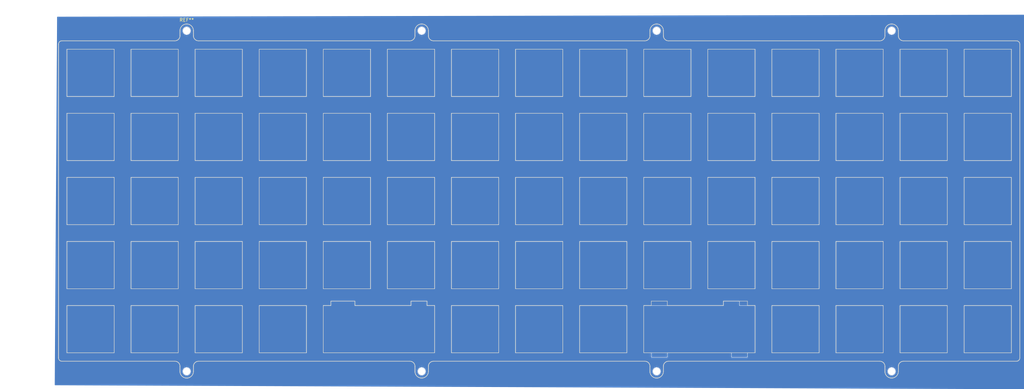
<source format=kicad_pcb>
(kicad_pcb (version 20241229) (generator "pcbnew") (generator_version "9.0")
  (layers (0 "F.Cu" signal) (2 "B.Cu" signal) (13 "F.Paste" user) (15 "B.Paste" user) (5 "F.SilkS" user "F.Silkscreen") (7 "B.SilkS" user "B.Silkscreen") (1 "F.Mask" user) (3 "B.Mask" user) (25 "Edge.Cuts" user))
  (net 0 "")
  (footprint "" (layer "F.Cu") (at 239.915 45.234997)
    (property "Reference" "" (at 0 0 0) (layer "F.SilkS") (effects (font (size 1.27 1.27))))
    (property "Value" "")
    (pad "" np_thru_hole circle (at 0 0) (size 2.2 2.2) (drill 2.2) (layers "*.Cu" "*.Mask"))
  )
  (footprint "" (layer "F.Cu") (at 170.065 146.484997)
    (property "Reference" "" (at 0 0 0) (layer "F.SilkS") (effects (font (size 1.27 1.27))))
    (property "Value" "")
    (pad "" np_thru_hole circle (at 0 0) (size 2.2 2.2) (drill 2.2) (layers "*.Cu" "*.Mask"))
  )
  (footprint "" (layer "F.Cu") (at 239.915 146.484997)
    (property "Reference" "" (at 0 0 0) (layer "F.SilkS") (effects (font (size 1.27 1.27))))
    (property "Value" "")
    (pad "" np_thru_hole circle (at 0 0) (size 2.2 2.2) (drill 2.2) (layers "*.Cu" "*.Mask"))
  )
  (footprint "" (layer "F.Cu") (at 170.065 45.234997)
    (property "Reference" "" (at 0 0 0) (layer "F.SilkS") (effects (font (size 1.27 1.27))))
    (property "Value" "")
    (pad "" np_thru_hole circle (at 0 0) (size 2.2 2.2) (drill 2.2) (layers "*.Cu" "*.Mask"))
  )
  (footprint "MountingHole:MountingHole_2.2mm_M2" (layer "F.Cu") (at 30.361065 45.24394)
    (property "Reference" "REF**" (at 0 -3.2 0) (layer "F.SilkS"))
    (property "Value" "MountingHole_2.2mm_M2")
    (pad "" np_thru_hole circle (at 0 0) (size 2.2 2.2) (drill 2.2) (layers "*.Cu" "*.Mask"))
  )
  (footprint "" (layer "F.Cu") (at 100.215 45.234997)
    (property "Reference" "" (at 0 0 0) (layer "F.SilkS") (effects (font (size 1.27 1.27))))
    (property "Value" "")
    (pad "" np_thru_hole circle (at 0 0) (size 2.2 2.2) (drill 2.2) (layers "*.Cu" "*.Mask"))
  )
  (footprint "" (layer "F.Cu") (at 100.215 146.484997)
    (property "Reference" "" (at 0 0 0) (layer "F.SilkS") (effects (font (size 1.27 1.27))))
    (property "Value" "")
    (pad "" np_thru_hole circle (at 0 0) (size 2.2 2.2) (drill 2.2) (layers "*.Cu" "*.Mask"))
  )
  (footprint "" (layer "F.Cu") (at 30.365 146.484997)
    (property "Reference" "" (at 0 0 0) (layer "F.SilkS") (effects (font (size 1.27 1.27))))
    (property "Value" "")
    (pad "" np_thru_hole circle (at 0 0) (size 2.2 2.2) (drill 2.2) (layers "*.Cu" "*.Mask"))
  )
  (gr_line (start 166.211396 121.933206) (end 166.211396 107.883831) (stroke (width 0.15)) (layer "Edge.Cuts"))
  (gr_line (start 65.960704 83.833105) (end 51.911329 83.833105) (stroke (width 0.15)) (layer "Edge.Cuts"))
  (gr_line (start 237.411188 102.882949) (end 223.361813 102.882949) (stroke (width 0.15)) (layer "Edge.Cuts"))
  (gr_line (start 104.060982 50.733768) (end 104.060982 64.783143) (stroke (width 0.15)) (layer "Edge.Cuts"))
  (gr_line (start 218.361285 126.933528) (end 218.361285 140.982903) (stroke (width 0.15)) (layer "Edge.Cuts"))
  (gr_line (start 80.367525 125.611109) (end 80.367525 126.921158) (stroke (width 0.15)) (layer "Edge.Cuts"))
  (gr_line (start -5.239088 50.733473) (end 8.810287 50.733473) (stroke (width 0.15)) (layer "Edge.Cuts"))
  (gr_line (start 32.860954 140.983021) (end 32.860954 126.933646) (stroke (width 0.15)) (layer "Edge.Cuts"))
  (gr_line (start 8.810287 88.833633) (end 8.810287 102.883008) (stroke (width 0.15)) (layer "Edge.Cuts"))
  (gr_arc (start 28.365 46.735) (mid 27.92566 47.79566) (end 26.865 48.235) (stroke (width 0.2)) (layer "Edge.Cuts"))
  (gr_line (start 32.860954 126.933646) (end 46.910329 126.933646) (stroke (width 0.15)) (layer "Edge.Cuts"))
  (gr_line (start 161.211399 102.88348) (end 147.162024 102.88348) (stroke (width 0.15)) (layer "Edge.Cuts"))
  (gr_line (start 46.910565 88.833751) (end 46.910565 102.883126) (stroke (width 0.15)) (layer "Edge.Cuts"))
  (gr_line (start 70.961468 107.883949) (end 85.010843 107.883949) (stroke (width 0.15)) (layer "Edge.Cuts"))
  (gr_line (start 218.361049 64.782848) (end 204.311674 64.782848) (stroke (width 0.15)) (layer "Edge.Cuts"))
  (gr_line (start 185.261535 64.782907) (end 185.261535 50.733532) (stroke (width 0.15)) (layer "Edge.Cuts"))
  (gr_line (start 73.223336 126.921187) (end 73.223336 125.611109) (stroke (width 0.15)) (layer "Edge.Cuts"))
  (gr_line (start 180.260771 64.782966) (end 166.211396 64.782966) (stroke (width 0.15)) (layer "Edge.Cuts"))
  (gr_line (start 147.162024 126.934265) (end 161.211399 126.934265) (stroke (width 0.15)) (layer "Edge.Cuts"))
  (gr_line (start 142.16126 69.783966) (end 142.16126 83.833341) (stroke (width 0.15)) (layer "Edge.Cuts"))
  (gr_line (start 218.361049 50.733473) (end 218.361049 64.782848) (stroke (width 0.15)) (layer "Edge.Cuts"))
  (gr_line (start 70.961468 50.733709) (end 85.010843 50.733709) (stroke (width 0.15)) (layer "Edge.Cuts"))
  (gr_line (start 109.061746 140.983522) (end 109.061746 126.934147) (stroke (width 0.15)) (layer "Edge.Cuts"))
  (gr_line (start -6.734996 48.234997) (end 26.865 48.234997) (stroke (width 0.2)) (layer "Edge.Cuts"))
  (gr_line (start 128.111885 69.783966) (end 142.16126 69.783966) (stroke (width 0.15)) (layer "Edge.Cuts"))
  (gr_line (start 28.365 46.735) (end 28.365 45.235) (stroke (width 0.2)) (layer "Edge.Cuts"))
  (gr_line (start 237.411188 121.933029) (end 223.361813 121.933029) (stroke (width 0.15)) (layer "Edge.Cuts"))
  (gr_line (start 261.462091 102.882831) (end 261.462091 88.833456) (stroke (width 0.15)) (layer "Edge.Cuts"))
  (gr_line (start 32.86119 88.833751) (end 46.910565 88.833751) (stroke (width 0.15)) (layer "Edge.Cuts"))
  (gr_line (start 166.211396 83.833046) (end 166.211396 69.783671) (stroke (width 0.15)) (layer "Edge.Cuts"))
  (gr_line (start 166.565 143.484997) (end 103.715 143.484997) (stroke (width 0.2)) (layer "Edge.Cuts"))
  (gr_line (start 275.511702 140.982726) (end 261.462327 140.982726) (stroke (width 0.15)) (layer "Edge.Cuts"))
  (gr_line (start 27.860426 107.883772) (end 27.860426 121.933147) (stroke (width 0.15)) (layer "Edge.Cuts"))
  (gr_line (start 147.162024 69.784025) (end 161.211399 69.784025) (stroke (width 0.15)) (layer "Edge.Cuts"))
  (gr_line (start 123.111121 102.883362) (end 109.061746 102.883362) (stroke (width 0.15)) (layer "Edge.Cuts"))
  (gr_line (start 142.16126 64.783261) (end 128.111885 64.783261) (stroke (width 0.15)) (layer "Edge.Cuts"))
  (gr_line (start 109.061746 126.934147) (end 123.111121 126.934147) (stroke (width 0.15)) (layer "Edge.Cuts"))
  (gr_line (start 46.910565 83.833046) (end 32.86119 83.833046) (stroke (width 0.15)) (layer "Edge.Cuts"))
  (gr_line (start 128.111885 50.733886) (end 142.16126 50.733886) (stroke (width 0.15)) (layer "Edge.Cuts"))
  (gr_line (start 32.365 144.985) (end 32.365 146.485) (stroke (width 0.2)) (layer "Edge.Cuts"))
  (gr_line (start 123.111121 50.733827) (end 123.111121 64.783202) (stroke (width 0.15)) (layer "Edge.Cuts"))
  (gr_line (start 275.511466 64.782671) (end 261.462091 64.782671) (stroke (width 0.15)) (layer "Edge.Cuts"))
  (gr_line (start 128.111885 140.983581) (end 128.111885 126.934206) (stroke (width 0.15)) (layer "Edge.Cuts"))
  (gr_line (start 96.715 143.484997) (end 33.865 143.484997) (stroke (width 0.2)) (layer "Edge.Cuts"))
  (gr_line (start 46.910565 107.883831) (end 46.910565 121.933206) (stroke (width 0.15)) (layer "Edge.Cuts"))
  (gr_line (start 223.362049 126.933469) (end 237.411424 126.933469) (stroke (width 0.15)) (layer "Edge.Cuts"))
  (gr_line (start 242.412188 140.982785) (end 242.412188 126.93341) (stroke (width 0.15)) (layer "Edge.Cuts"))
  (gr_line (start 166.211948 140.970592) (end 166.211948 126.921246) (stroke (width 0.15)) (layer "Edge.Cuts"))
  (gr_line (start 46.910565 50.733591) (end 46.910565 64.782966) (stroke (width 0.15)) (layer "Edge.Cuts"))
  (gr_line (start -5.239324 126.933528) (end 8.810051 126.933528) (stroke (width 0.15)) (layer "Edge.Cuts"))
  (gr_line (start 142.16126 50.733886) (end 142.16126 64.783261) (stroke (width 0.15)) (layer "Edge.Cuts"))
  (gr_line (start 218.361049 107.883713) (end 218.361049 121.933088) (stroke (width 0.15)) (layer "Edge.Cuts"))
  (gr_arc (start 237.915 46.735) (mid 237.47566 47.79566) (end 236.415 48.235) (stroke (width 0.2)) (layer "Edge.Cuts"))
  (gr_arc (start 168.065 45.235) (mid 170.065 43.234997) (end 172.065 45.235) (stroke (width 0.2)) (layer "Edge.Cuts"))
  (gr_line (start 51.911329 69.78373) (end 65.960704 69.78373) (stroke (width 0.15)) (layer "Edge.Cuts"))
  (gr_arc (start -6.735 143.484997) (mid -7.442105 143.192105) (end -7.735 142.485) (stroke (width 0.2)) (layer "Edge.Cuts"))
  (gr_line (start 109.061746 107.884067) (end 123.111121 107.884067) (stroke (width 0.15)) (layer "Edge.Cuts"))
  (gr_line (start 173.23616 126.921246) (end 173.236649 125.611168) (stroke (width 0.15)) (layer "Edge.Cuts"))
  (gr_line (start 147.162024 107.884185) (end 161.211399 107.884185) (stroke (width 0.15)) (layer "Edge.Cuts"))
  (gr_line (start 197.049674 126.921275) (end 197.049674 125.611197) (stroke (width 0.15)) (layer "Edge.Cuts"))
  (gr_line (start 185.261535 50.733532) (end 199.31091 50.733532) (stroke (width 0.15)) (layer "Edge.Cuts"))
  (gr_line (start 46.910565 102.883126) (end 32.86119 102.883126) (stroke (width 0.15)) (layer "Edge.Cuts"))
  (gr_line (start 51.911329 88.83381) (end 65.960704 88.83381) (stroke (width 0.15)) (layer "Edge.Cuts"))
  (gr_line (start 204.311674 121.933088) (end 204.311674 107.883713) (stroke (width 0.15)) (layer "Edge.Cuts"))
  (gr_line (start 173.565 48.234997) (end 236.415 48.234997) (stroke (width 0.2)) (layer "Edge.Cuts"))
  (gr_line (start 128.111885 126.934206) (end 142.16126 126.934206) (stroke (width 0.15)) (layer "Edge.Cuts"))
  (gr_line (start 166.211396 50.733591) (end 180.260771 50.733591) (stroke (width 0.15)) (layer "Edge.Cuts"))
  (gr_line (start 237.411188 64.782789) (end 223.361813 64.782789) (stroke (width 0.15)) (layer "Edge.Cuts"))
  (gr_line (start 172.065 144.985) (end 172.065 146.485) (stroke (width 0.2)) (layer "Edge.Cuts"))
  (gr_line (start 180.260771 102.883126) (end 166.211396 102.883126) (stroke (width 0.15)) (layer "Edge.Cuts"))
  (gr_line (start 242.411952 50.733355) (end 256.461327 50.733355) (stroke (width 0.15)) (layer "Edge.Cuts"))
  (gr_line (start 237.411188 69.783494) (end 237.411188 83.832869) (stroke (width 0.15)) (layer "Edge.Cuts"))
  (gr_line (start 104.060982 121.933383) (end 90.011607 121.933383) (stroke (width 0.15)) (layer "Edge.Cuts"))
  (gr_line (start 109.061746 50.733827) (end 123.111121 50.733827) (stroke (width 0.15)) (layer "Edge.Cuts"))
  (gr_line (start 142.16126 83.833341) (end 128.111885 83.833341) (stroke (width 0.15)) (layer "Edge.Cuts"))
  (gr_line (start 51.911093 140.98308) (end 51.911093 126.933705) (stroke (width 0.15)) (layer "Edge.Cuts"))
  (gr_arc (start 173.565 48.234997) (mid 172.504342 47.795658) (end 172.065 46.735) (stroke (width 0.2)) (layer "Edge.Cuts"))
  (gr_line (start 237.411424 126.933469) (end 237.411424 140.982844) (stroke (width 0.15)) (layer "Edge.Cuts"))
  (gr_line (start 104.060982 102.883303) (end 90.011607 102.883303) (stroke (width 0.15)) (layer "Edge.Cuts"))
  (gr_line (start 85.010843 64.783084) (end 70.961468 64.783084) (stroke (width 0.15)) (layer "Edge.Cuts"))
  (gr_line (start -5.239088 64.782848) (end -5.239088 50.733473) (stroke (width 0.15)) (layer "Edge.Cuts"))
  (gr_line (start 161.211399 107.884185) (end 161.211399 121.93356) (stroke (width 0.15)) (layer "Edge.Cuts"))
  (gr_line (start 32.86119 102.883126) (end 32.86119 88.833751) (stroke (width 0.15)) (layer "Edge.Cuts"))
  (gr_line (start 65.960704 107.88389) (end 65.960704 121.933265) (stroke (width 0.15)) (layer "Edge.Cuts"))
  (gr_line (start 109.061746 102.883362) (end 109.061746 88.833987) (stroke (width 0.15)) (layer "Edge.Cuts"))
  (gr_line (start 199.31091 69.783612) (end 199.31091 83.832987) (stroke (width 0.15)) (layer "Edge.Cuts"))
  (gr_line (start 90.011607 102.883303) (end 90.011607 88.833928) (stroke (width 0.15)) (layer "Edge.Cuts"))
  (gr_line (start 218.361049 121.933088) (end 204.311674 121.933088) (stroke (width 0.15)) (layer "Edge.Cuts"))
  (gr_line (start 8.810287 64.782848) (end -5.239088 64.782848) (stroke (width 0.15)) (layer "Edge.Cuts"))
  (gr_line (start 104.060982 88.833928) (end 104.060982 102.883303) (stroke (width 0.15)) (layer "Edge.Cuts"))
  (gr_line (start 32.86119 69.783671) (end 46.910565 69.783671) (stroke (width 0.15)) (layer "Edge.Cuts"))
  (gr_line (start 161.211399 121.93356) (end 147.162024 121.93356) (stroke (width 0.15)) (layer "Edge.Cuts"))
  (gr_line (start 13.811051 69.783612) (end 27.860426 69.783612) (stroke (width 0.15)) (layer "Edge.Cuts"))
  (gr_arc (start 172.065 146.485) (mid 170.065 148.484997) (end 168.065 146.485) (stroke (width 0.2)) (layer "Edge.Cuts"))
  (gr_line (start 80.367525 126.921158) (end 97.03685 126.921158) (stroke (width 0.15)) (layer "Edge.Cuts"))
  (gr_line (start 32.365 45.235) (end 32.365 46.735) (stroke (width 0.2)) (layer "Edge.Cuts"))
  (gr_line (start 261.462091 88.833456) (end 275.511466 88.833456) (stroke (width 0.15)) (layer "Edge.Cuts"))
  (gr_line (start 51.911329 50.73365) (end 65.960704 50.73365) (stroke (width 0.15)) (layer "Edge.Cuts"))
  (gr_line (start 275.511702 126.933351) (end 275.511702 140.982726) (stroke (width 0.15)) (layer "Edge.Cuts"))
  (gr_line (start 51.911329 121.933265) (end 51.911329 107.88389) (stroke (width 0.15)) (layer "Edge.Cuts"))
  (gr_line (start 104.060982 69.783848) (end 104.060982 83.833223) (stroke (width 0.15)) (layer "Edge.Cuts"))
  (gr_line (start 168.474145 125.611168) (end 168.474145 126.921246) (stroke (width 0.15)) (layer "Edge.Cuts"))
  (gr_line (start 46.910565 64.782966) (end 32.86119 64.782966) (stroke (width 0.15)) (layer "Edge.Cuts"))
  (gr_line (start 70.961468 83.833164) (end 70.961468 69.783789) (stroke (width 0.15)) (layer "Edge.Cuts"))
  (gr_arc (start 236.415 143.484997) (mid 237.475662 143.924338) (end 237.915 144.985) (stroke (width 0.2)) (layer "Edge.Cuts"))
  (gr_line (start 199.31091 88.833692) (end 199.31091 102.883067) (stroke (width 0.15)) (layer "Edge.Cuts"))
  (gr_line (start 256.461563 126.93341) (end 256.461563 140.982785) (stroke (width 0.15)) (layer "Edge.Cuts"))
  (gr_line (start 109.061746 64.783202) (end 109.061746 50.733827) (stroke (width 0.15)) (layer "Edge.Cuts"))
  (gr_line (start 90.011607 50.733768) (end 104.060982 50.733768) (stroke (width 0.15)) (layer "Edge.Cuts"))
  (gr_line (start 168.065 146.485) (end 168.065 144.985) (stroke (width 0.2)) (layer "Edge.Cuts"))
  (gr_arc (start 102.215 144.985) (mid 102.65434 143.92434) (end 103.715 143.485) (stroke (width 0.2)) (layer "Edge.Cuts"))
  (gr_line (start 85.010843 69.783789) (end 85.010843 83.833164) (stroke (width 0.15)) (layer "Edge.Cuts"))
  (gr_line (start 168.065 46.735) (end 168.065 45.235) (stroke (width 0.2)) (layer "Edge.Cuts"))
  (gr_line (start -5.239324 140.982903) (end -5.239324 126.933528) (stroke (width 0.15)) (layer "Edge.Cuts"))
  (gr_line (start 51.911329 102.883185) (end 51.911329 88.83381) (stroke (width 0.15)) (layer "Edge.Cuts"))
  (gr_line (start 142.16126 102.883421) (end 128.111885 102.883421) (stroke (width 0.15)) (layer "Edge.Cuts"))
  (gr_line (start 256.461327 64.78273) (end 242.411952 64.78273) (stroke (width 0.15)) (layer "Edge.Cuts"))
  (gr_line (start 261.462091 64.782671) (end 261.462091 50.733296) (stroke (width 0.15)) (layer "Edge.Cuts"))
  (gr_line (start 102.215 45.235) (end 102.215 46.735) (stroke (width 0.2)) (layer "Edge.Cuts"))
  (gr_line (start 13.811051 83.832987) (end 13.811051 69.783612) (stroke (width 0.15)) (layer "Edge.Cuts"))
  (gr_line (start 223.361813 64.782789) (end 223.361813 50.733414) (stroke (width 0.15)) (layer "Edge.Cuts"))
  (gr_line (start 147.162024 102.88348) (end 147.162024 88.834105) (stroke (width 0.15)) (layer "Edge.Cuts"))
  (gr_line (start 32.86119 107.883831) (end 46.910565 107.883831) (stroke (width 0.15)) (layer "Edge.Cuts"))
  (gr_line (start 142.16126 126.934206) (end 142.16126 140.983581) (stroke (width 0.15)) (layer "Edge.Cuts"))
  (gr_line (start -7.735 142.485) (end -7.735 49.235001) (stroke (width 0.2)) (layer "Edge.Cuts"))
  (gr_arc (start 241.915 144.985) (mid 242.35434 143.92434) (end 243.415 143.485) (stroke (width 0.2)) (layer "Edge.Cuts"))
  (gr_line (start 85.010843 50.733709) (end 85.010843 64.783084) (stroke (width 0.15)) (layer "Edge.Cuts"))
  (gr_line (start 223.361813 121.933029) (end 223.361813 107.883654) (stroke (width 0.15)) (layer "Edge.Cuts"))
  (gr_line (start 261.462327 140.982726) (end 261.462327 126.933351) (stroke (width 0.15)) (layer "Edge.Cuts"))
  (gr_line (start 166.211396 102.883126) (end 166.211396 88.833751) (stroke (width 0.15)) (layer "Edge.Cuts"))
  (gr_line (start 256.461327 107.883595) (end 256.461327 121.93297) (stroke (width 0.15)) (layer "Edge.Cuts"))
  (gr_line (start 123.111121 69.783907) (end 123.111121 83.833282) (stroke (width 0.15)) (layer "Edge.Cuts"))
  (gr_line (start 256.461327 102.88289) (end 242.411952 102.88289) (stroke (width 0.15)) (layer "Edge.Cuts"))
  (gr_line (start 102.215 144.985) (end 102.215 146.485) (stroke (width 0.2)) (layer "Edge.Cuts"))
  (gr_line (start 242.411952 69.783435) (end 256.461327 69.783435) (stroke (width 0.15)) (layer "Edge.Cuts"))
  (gr_line (start 199.31091 102.883067) (end 185.261535 102.883067) (stroke (width 0.15)) (layer "Edge.Cuts"))
  (gr_line (start 65.960468 140.98308) (end 51.911093 140.98308) (stroke (width 0.15)) (layer "Edge.Cuts"))
  (gr_line (start 204.311674 102.883008) (end 204.311674 88.833633) (stroke (width 0.15)) (layer "Edge.Cuts"))
  (gr_line (start 46.910565 69.783671) (end 46.910565 83.833046) (stroke (width 0.15)) (layer "Edge.Cuts"))
  (gr_line (start 241.915 144.985) (end 241.915 146.485) (stroke (width 0.2)) (layer "Edge.Cuts"))
  (gr_line (start 223.361813 88.833574) (end 237.411188 88.833574) (stroke (width 0.15)) (layer "Edge.Cuts"))
  (gr_line (start 242.411952 102.88289) (end 242.411952 88.833515) (stroke (width 0.15)) (layer "Edge.Cuts"))
  (gr_line (start 65.960704 50.73365) (end 65.960704 64.783025) (stroke (width 0.15)) (layer "Edge.Cuts"))
  (gr_line (start 199.31091 50.733532) (end 199.31091 64.782907) (stroke (width 0.15)) (layer "Edge.Cuts"))
  (gr_line (start 199.31091 107.883772) (end 199.31091 121.933147) (stroke (width 0.15)) (layer "Edge.Cuts"))
  (gr_arc (start 98.215 46.735) (mid 97.77566 47.79566) (end 96.715 48.235) (stroke (width 0.2)) (layer "Edge.Cuts"))
  (gr_line (start 172.065 45.235) (end 172.065 46.735) (stroke (width 0.2)) (layer "Edge.Cuts"))
  (gr_line (start 13.811051 50.733532) (end 27.860426 50.733532) (stroke (width 0.15)) (layer "Edge.Cuts"))
  (gr_arc (start 237.915 45.235) (mid 239.915 43.234997) (end 241.915 45.235) (stroke (width 0.2)) (layer "Edge.Cuts"))
  (gr_line (start 90.011607 83.833223) (end 90.011607 69.783848) (stroke (width 0.15)) (layer "Edge.Cuts"))
  (gr_line (start 189.905485 125.611197) (end 189.905485 126.921246) (stroke (width 0.15)) (layer "Edge.Cuts"))
  (gr_line (start 128.111885 64.783261) (end 128.111885 50.733886) (stroke (width 0.15)) (layer "Edge.Cuts"))
  (gr_line (start 166.211396 88.833751) (end 180.260771 88.833751) (stroke (width 0.15)) (layer "Edge.Cuts"))
  (gr_line (start 142.16126 140.983581) (end 128.111885 140.983581) (stroke (width 0.15)) (layer "Edge.Cuts"))
  (gr_line (start -5.239088 88.833633) (end -5.239088 102.883008) (stroke (width 0.15)) (layer "Edge.Cuts"))
  (gr_line (start 237.411424 140.982844) (end 223.362049 140.982844) (stroke (width 0.15)) (layer "Edge.Cuts"))
  (gr_line (start 70.961468 88.833869) (end 85.010843 88.833869) (stroke (width 0.15)) (layer "Edge.Cuts"))
  (gr_line (start 128.111885 88.834046) (end 142.16126 88.834046) (stroke (width 0.15)) (layer "Edge.Cuts"))
  (gr_line (start 278.015 49.235) (end 278.015 142.485) (stroke (width 0.2)) (layer "Edge.Cuts"))
  (gr_line (start 51.911329 64.783025) (end 51.911329 50.73365) (stroke (width 0.15)) (layer "Edge.Cuts"))
  (gr_line (start 161.211399 50.733945) (end 161.211399 64.78332) (stroke (width 0.15)) (layer "Edge.Cuts"))
  (gr_line (start 236.415 143.484997) (end 173.565 143.484997) (stroke (width 0.2)) (layer "Edge.Cuts"))
  (gr_line (start 161.211399 83.8334) (end 147.162024 83.8334) (stroke (width 0.15)) (layer "Edge.Cuts"))
  (gr_line (start 97.03685 126.921158) (end 97.036361 125.61108) (stroke (width 0.15)) (layer "Edge.Cuts"))
  (gr_line (start 204.311674 64.782848) (end 204.311674 50.733473) (stroke (width 0.15)) (layer "Edge.Cuts"))
  (gr_arc (start 277.015 48.234997) (mid 277.722109 48.527891) (end 278.015 49.235) (stroke (width 0.2)) (layer "Edge.Cuts"))
  (gr_line (start 28.365 146.485) (end 28.365 144.985) (stroke (width 0.2)) (layer "Edge.Cuts"))
  (gr_line (start 128.111885 121.933501) (end 128.111885 107.884126) (stroke (width 0.15)) (layer "Edge.Cuts"))
  (gr_line (start 123.111121 140.983522) (end 109.061746 140.983522) (stroke (width 0.15)) (layer "Edge.Cuts"))
  (gr_line (start 261.462327 126.933351) (end 275.511702 126.933351) (stroke (width 0.15)) (layer "Edge.Cuts"))
  (gr_line (start 218.361049 83.832928) (end 204.311674 83.832928) (stroke (width 0.15)) (layer "Edge.Cuts"))
  (gr_line (start 90.011607 107.884008) (end 104.060982 107.884008) (stroke (width 0.15)) (layer "Edge.Cuts"))
  (gr_line (start 173.236649 125.611168) (end 168.474145 125.611168) (stroke (width 0.15)) (layer "Edge.Cuts"))
  (gr_line (start 109.061746 83.833282) (end 109.061746 69.783907) (stroke (width 0.15)) (layer "Edge.Cuts"))
  (gr_arc (start 102.215 146.485) (mid 100.215 148.484997) (end 98.215 146.485) (stroke (width 0.2)) (layer "Edge.Cuts"))
  (gr_line (start -5.239088 107.883713) (end 8.810287 107.883713) (stroke (width 0.15)) (layer "Edge.Cuts"))
  (gr_line (start 204.31191 126.933528) (end 218.361285 126.933528) (stroke (width 0.15)) (layer "Edge.Cuts"))
  (gr_line (start 204.311674 69.783553) (end 218.361049 69.783553) (stroke (width 0.15)) (layer "Edge.Cuts"))
  (gr_line (start 142.16126 121.933501) (end 128.111885 121.933501) (stroke (width 0.15)) (layer "Edge.Cuts"))
  (gr_line (start 243.415 48.234997) (end 277.015 48.234997) (stroke (width 0.2)) (layer "Edge.Cuts"))
  (gr_line (start 147.162024 64.78332) (end 147.162024 50.733945) (stroke (width 0.15)) (layer "Edge.Cuts"))
  (gr_line (start 90.011607 121.933383) (end 90.011607 107.884008) (stroke (width 0.15)) (layer "Edge.Cuts"))
  (gr_arc (start 278.015 142.485) (mid 277.722107 143.192107) (end 277.015 143.485) (stroke (width 0.2)) (layer "Edge.Cuts"))
  (gr_line (start 123.111121 126.934147) (end 123.111121 140.983522) (stroke (width 0.15)) (layer "Edge.Cuts"))
  (gr_line (start 223.361813 69.783494) (end 237.411188 69.783494) (stroke (width 0.15)) (layer "Edge.Cuts"))
  (gr_line (start 104.060982 64.783143) (end 90.011607 64.783143) (stroke (width 0.15)) (layer "Edge.Cuts"))
  (gr_arc (start 33.865 48.234997) (mid 32.804342 47.795658) (end 32.365 46.735) (stroke (width 0.2)) (layer "Edge.Cuts"))
  (gr_arc (start 243.415 48.234997) (mid 242.354342 47.795658) (end 241.915 46.735) (stroke (width 0.2)) (layer "Edge.Cuts"))
  (gr_line (start 51.911329 107.88389) (end 65.960704 107.88389) (stroke (width 0.15)) (layer "Edge.Cuts"))
  (gr_line (start 104.061538 126.921158) (end 101.798865 126.921158) (stroke (width 0.15)) (layer "Edge.Cuts"))
  (gr_arc (start 172.065 144.985) (mid 172.50434 143.92434) (end 173.565 143.485) (stroke (width 0.2)) (layer "Edge.Cuts"))
  (gr_line (start 180.260771 83.833046) (end 166.211396 83.833046) (stroke (width 0.15)) (layer "Edge.Cuts"))
  (gr_line (start 223.361813 107.883654) (end 237.411188 107.883654) (stroke (width 0.15)) (layer "Edge.Cuts"))
  (gr_line (start 97.036361 125.61108) (end 101.798865 125.61108) (stroke (width 0.15)) (layer "Edge.Cuts"))
  (gr_line (start 275.511466 69.783376) (end 275.511466 83.832751) (stroke (width 0.15)) (layer "Edge.Cuts"))
  (gr_line (start 98.215 46.735) (end 98.215 45.235) (stroke (width 0.2)) (layer "Edge.Cuts"))
  (gr_line (start 13.810815 126.933587) (end 27.86019 126.933587) (stroke (width 0.15)) (layer "Edge.Cuts"))
  (gr_line (start 13.810815 140.982962) (end 13.810815 126.933587) (stroke (width 0.15)) (layer "Edge.Cuts"))
  (gr_line (start 51.911093 126.933705) (end 65.960468 126.933705) (stroke (width 0.15)) (layer "Edge.Cuts"))
  (gr_line (start 185.261535 83.832987) (end 185.261535 69.783612) (stroke (width 0.15)) (layer "Edge.Cuts"))
  (gr_line (start 147.162024 83.8334) (end 147.162024 69.784025) (stroke (width 0.15)) (layer "Edge.Cuts"))
  (gr_line (start 85.010843 83.833164) (end 70.961468 83.833164) (stroke (width 0.15)) (layer "Edge.Cuts"))
  (gr_line (start 104.061062 140.970504) (end 104.061062 126.921158) (stroke (width 0.15)) (layer "Edge.Cuts"))
  (gr_line (start 275.511466 102.882831) (end 261.462091 102.882831) (stroke (width 0.15)) (layer "Edge.Cuts"))
  (gr_line (start 242.411952 107.883595) (end 256.461327 107.883595) (stroke (width 0.15)) (layer "Edge.Cuts"))
  (gr_line (start 32.86119 64.782966) (end 32.86119 50.733591) (stroke (width 0.15)) (layer "Edge.Cuts"))
  (gr_line (start 90.011607 69.783848) (end 104.060982 69.783848) (stroke (width 0.15)) (layer "Edge.Cuts"))
  (gr_line (start 180.260771 69.783671) (end 180.260771 83.833046) (stroke (width 0.15)) (layer "Edge.Cuts"))
  (gr_line (start 46.910329 126.933646) (end 46.910329 140.983021) (stroke (width 0.15)) (layer "Edge.Cuts"))
  (gr_line (start 204.311674 107.883713) (end 218.361049 107.883713) (stroke (width 0.15)) (layer "Edge.Cuts"))
  (gr_line (start 261.462091 107.883536) (end 275.511466 107.883536) (stroke (width 0.15)) (layer "Edge.Cuts"))
  (gr_line (start 8.810287 121.933088) (end -5.239088 121.933088) (stroke (width 0.15)) (layer "Edge.Cuts"))
  (gr_line (start 223.361813 102.882949) (end 223.361813 88.833574) (stroke (width 0.15)) (layer "Edge.Cuts"))
  (gr_line (start 185.261535 102.883067) (end 185.261535 88.833692) (stroke (width 0.15)) (layer "Edge.Cuts"))
  (gr_line (start 237.915 146.485) (end 237.915 144.985) (stroke (width 0.2)) (layer "Edge.Cuts"))
  (gr_line (start 142.16126 88.834046) (end 142.16126 102.883421) (stroke (width 0.15)) (layer "Edge.Cuts"))
  (gr_arc (start 98.215 45.235) (mid 100.215 43.234997) (end 102.215 45.235) (stroke (width 0.2)) (layer "Edge.Cuts"))
  (gr_line (start 256.461327 83.83281) (end 242.411952 83.83281) (stroke (width 0.15)) (layer "Edge.Cuts"))
  (gr_line (start 261.462091 83.832751) (end 261.462091 69.783376) (stroke (width 0.15)) (layer "Edge.Cuts"))
  (gr_line (start 204.311674 83.832928) (end 204.311674 69.783553) (stroke (width 0.15)) (layer "Edge.Cuts"))
  (gr_line (start 123.111121 83.833282) (end 109.061746 83.833282) (stroke (width 0.15)) (layer "Edge.Cuts"))
  (gr_line (start 256.461327 121.93297) (end 242.411952 121.93297) (stroke (width 0.15)) (layer "Edge.Cuts"))
  (gr_line (start 109.061746 69.783907) (end 123.111121 69.783907) (stroke (width 0.15)) (layer "Edge.Cuts"))
  (gr_line (start 128.111885 83.833341) (end 128.111885 69.783966) (stroke (width 0.15)) (layer "Edge.Cuts"))
  (gr_line (start 223.361813 50.733414) (end 237.411188 50.733414) (stroke (width 0.15)) (layer "Edge.Cuts"))
  (gr_arc (start 103.715 48.234997) (mid 102.654342 47.795658) (end 102.215 46.735) (stroke (width 0.2)) (layer "Edge.Cuts"))
  (gr_line (start 241.915 45.235) (end 241.915 46.735) (stroke (width 0.2)) (layer "Edge.Cuts"))
  (gr_line (start 101.798865 125.61108) (end 101.798865 126.921158) (stroke (width 0.15)) (layer "Edge.Cuts"))
  (gr_line (start -5.239088 69.783553) (end 8.810287 69.783553) (stroke (width 0.15)) (layer "Edge.Cuts"))
  (gr_line (start 65.960704 69.78373) (end 65.960704 83.833105) (stroke (width 0.15)) (layer "Edge.Cuts"))
  (gr_line (start 123.111121 107.884067) (end 123.111121 121.933442) (stroke (width 0.15)) (layer "Edge.Cuts"))
  (gr_line (start 180.260771 50.733591) (end 180.260771 64.782966) (stroke (width 0.15)) (layer "Edge.Cuts"))
  (gr_arc (start 32.365 144.985) (mid 32.80434 143.92434) (end 33.865 143.485) (stroke (width 0.2)) (layer "Edge.Cuts"))
  (gr_line (start 46.910565 121.933206) (end 32.86119 121.933206) (stroke (width 0.15)) (layer "Edge.Cuts"))
  (gr_line (start 65.960704 64.783025) (end 51.911329 64.783025) (stroke (width 0.15)) (layer "Edge.Cuts"))
  (gr_line (start 275.511466 107.883536) (end 275.511466 121.932911) (stroke (width 0.15)) (layer "Edge.Cuts"))
  (gr_line (start 65.960704 102.883185) (end 51.911329 102.883185) (stroke (width 0.15)) (layer "Edge.Cuts"))
  (gr_line (start 104.060982 107.884008) (end 104.060982 121.933383) (stroke (width 0.15)) (layer "Edge.Cuts"))
  (gr_line (start 90.011607 88.833928) (end 104.060982 88.833928) (stroke (width 0.15)) (layer "Edge.Cuts"))
  (gr_line (start 13.811051 102.883067) (end 13.811051 88.833692) (stroke (width 0.15)) (layer "Edge.Cuts"))
  (gr_line (start 147.162024 121.93356) (end 147.162024 107.884185) (stroke (width 0.15)) (layer "Edge.Cuts"))
  (gr_arc (start -7.735 49.235001) (mid -7.442106 48.527891) (end -6.734996 48.234997) (stroke (width 0.2)) (layer "Edge.Cuts"))
  (gr_line (start 223.362049 140.982844) (end 223.362049 126.933469) (stroke (width 0.15)) (layer "Edge.Cuts"))
  (gr_line (start 27.860426 102.883067) (end 13.811051 102.883067) (stroke (width 0.15)) (layer "Edge.Cuts"))
  (gr_line (start 275.511466 50.733296) (end 275.511466 64.782671) (stroke (width 0.15)) (layer "Edge.Cuts"))
  (gr_line (start 109.061746 88.833987) (end 123.111121 88.833987) (stroke (width 0.15)) (layer "Edge.Cuts"))
  (gr_line (start 13.811051 121.933147) (end 13.811051 107.883772) (stroke (width 0.15)) (layer "Edge.Cuts"))
  (gr_line (start 27.860426 50.733532) (end 27.860426 64.782907) (stroke (width 0.15)) (layer "Edge.Cuts"))
  (gr_line (start 65.960704 88.83381) (end 65.960704 102.883185) (stroke (width 0.15)) (layer "Edge.Cuts"))
  (gr_line (start 123.111121 121.933442) (end 109.061746 121.933442) (stroke (width 0.15)) (layer "Edge.Cuts"))
  (gr_line (start 199.311778 140.97068) (end 199.311778 126.921246) (stroke (width 0.15)) (layer "Edge.Cuts"))
  (gr_line (start 197.049674 125.611197) (end 189.905485 125.611197) (stroke (width 0.15)) (layer "Edge.Cuts"))
  (gr_line (start 261.462091 69.783376) (end 275.511466 69.783376) (stroke (width 0.15)) (layer "Edge.Cuts"))
  (gr_line (start 70.961468 64.783084) (end 70.961468 50.733709) (stroke (width 0.15)) (layer "Edge.Cuts"))
  (gr_line (start 166.211396 69.783671) (end 180.260771 69.783671) (stroke (width 0.15)) (layer "Edge.Cuts"))
  (gr_line (start 70.961548 140.970504) (end 104.061062 140.970504) (stroke (width 0.15)) (layer "Edge.Cuts"))
  (gr_line (start 161.211399 64.78332) (end 147.162024 64.78332) (stroke (width 0.15)) (layer "Edge.Cuts"))
  (gr_line (start 161.211399 140.98364) (end 147.162024 140.98364) (stroke (width 0.15)) (layer "Edge.Cuts"))
  (gr_line (start 70.961232 140.970592) (end 70.961232 126.921158) (stroke (width 0.15)) (layer "Edge.Cuts"))
  (gr_line (start 8.810287 50.733473) (end 8.810287 64.782848) (stroke (width 0.15)) (layer "Edge.Cuts"))
  (gr_line (start 161.211399 126.934265) (end 161.211399 140.98364) (stroke (width 0.15)) (layer "Edge.Cuts"))
  (gr_line (start 32.86119 50.733591) (end 46.910565 50.733591) (stroke (width 0.15)) (layer "Edge.Cuts"))
  (gr_line (start 27.86019 140.982962) (end 13.810815 140.982962) (stroke (width 0.15)) (layer "Edge.Cuts"))
  (gr_line (start 199.31091 83.832987) (end 185.261535 83.832987) (stroke (width 0.15)) (layer "Edge.Cuts"))
  (gr_line (start 85.010843 102.883244) (end 70.961468 102.883244) (stroke (width 0.15)) (layer "Edge.Cuts"))
  (gr_line (start 8.810287 102.883008) (end -5.239088 102.883008) (stroke (width 0.15)) (layer "Edge.Cuts"))
  (gr_line (start 147.162024 88.834105) (end 161.211399 88.834105) (stroke (width 0.15)) (layer "Edge.Cuts"))
  (gr_line (start 26.865 143.484997) (end -6.735 143.484997) (stroke (width 0.2)) (layer "Edge.Cuts"))
  (gr_arc (start 96.715 143.484997) (mid 97.775662 143.924338) (end 98.215 144.985) (stroke (width 0.2)) (layer "Edge.Cuts"))
  (gr_line (start 90.011607 64.783143) (end 90.011607 50.733768) (stroke (width 0.15)) (layer "Edge.Cuts"))
  (gr_line (start 13.811051 88.833692) (end 27.860426 88.833692) (stroke (width 0.15)) (layer "Edge.Cuts"))
  (gr_line (start 261.462091 50.733296) (end 275.511466 50.733296) (stroke (width 0.15)) (layer "Edge.Cuts"))
  (gr_line (start 185.261535 88.833692) (end 199.31091 88.833692) (stroke (width 0.15)) (layer "Edge.Cuts"))
  (gr_line (start 103.715 48.234997) (end 166.565 48.234997) (stroke (width 0.2)) (layer "Edge.Cuts"))
  (gr_line (start 109.061746 121.933442) (end 109.061746 107.884067) (stroke (width 0.15)) (layer "Edge.Cuts"))
  (gr_line (start 180.260771 88.833751) (end 180.260771 102.883126) (stroke (width 0.15)) (layer "Edge.Cuts"))
  (gr_arc (start 241.915 146.485) (mid 239.915 148.484997) (end 237.915 146.485) (stroke (width 0.2)) (layer "Edge.Cuts"))
  (gr_line (start 218.361049 69.783553) (end 218.361049 83.832928) (stroke (width 0.15)) (layer "Edge.Cuts"))
  (gr_line (start 275.511466 121.932911) (end 261.462091 121.932911) (stroke (width 0.15)) (layer "Edge.Cuts"))
  (gr_line (start 27.860426 121.933147) (end 13.811051 121.933147) (stroke (width 0.15)) (layer "Edge.Cuts"))
  (gr_line (start 123.111121 88.833987) (end 123.111121 102.883362) (stroke (width 0.15)) (layer "Edge.Cuts"))
  (gr_line (start 218.361285 140.982903) (end 204.31191 140.982903) (stroke (width 0.15)) (layer "Edge.Cuts"))
  (gr_line (start 218.361049 88.833633) (end 218.361049 102.883008) (stroke (width 0.15)) (layer "Edge.Cuts"))
  (gr_line (start 256.461327 69.783435) (end 256.461327 83.83281) (stroke (width 0.15)) (layer "Edge.Cuts"))
  (gr_line (start 32.86119 121.933206) (end 32.86119 107.883831) (stroke (width 0.15)) (layer "Edge.Cuts"))
  (gr_line (start 142.16126 107.884126) (end 142.16126 121.933501) (stroke (width 0.15)) (layer "Edge.Cuts"))
  (gr_line (start 199.31091 121.933147) (end 185.261535 121.933147) (stroke (width 0.15)) (layer "Edge.Cuts"))
  (gr_line (start 237.411188 88.833574) (end 237.411188 102.882949) (stroke (width 0.15)) (layer "Edge.Cuts"))
  (gr_line (start 70.961468 69.783789) (end 85.010843 69.783789) (stroke (width 0.15)) (layer "Edge.Cuts"))
  (gr_line (start 161.211399 88.834105) (end 161.211399 102.88348) (stroke (width 0.15)) (layer "Edge.Cuts"))
  (gr_line (start 242.411952 121.93297) (end 242.411952 107.883595) (stroke (width 0.15)) (layer "Edge.Cuts"))
  (gr_line (start 8.810051 140.982903) (end -5.239324 140.982903) (stroke (width 0.15)) (layer "Edge.Cuts"))
  (gr_line (start 85.010843 121.933324) (end 70.961468 121.933324) (stroke (width 0.15)) (layer "Edge.Cuts"))
  (gr_arc (start 28.365 45.235) (mid 30.365 43.234997) (end 32.365 45.235) (stroke (width 0.2)) (layer "Edge.Cuts"))
  (gr_line (start 185.261535 121.933147) (end 185.261535 107.883772) (stroke (width 0.15)) (layer "Edge.Cuts"))
  (gr_line (start 261.462091 121.932911) (end 261.462091 107.883536) (stroke (width 0.15)) (layer "Edge.Cuts"))
  (gr_line (start 242.412188 126.93341) (end 256.461563 126.93341) (stroke (width 0.15)) (layer "Edge.Cuts"))
  (gr_arc (start 26.865 143.484997) (mid 27.925662 143.924338) (end 28.365 144.985) (stroke (width 0.2)) (layer "Edge.Cuts"))
  (gr_line (start 8.810287 107.883713) (end 8.810287 121.933088) (stroke (width 0.15)) (layer "Edge.Cuts"))
  (gr_line (start 104.060982 83.833223) (end 90.011607 83.833223) (stroke (width 0.15)) (layer "Edge.Cuts"))
  (gr_line (start 85.010843 88.833869) (end 85.010843 102.883244) (stroke (width 0.15)) (layer "Edge.Cuts"))
  (gr_line (start 51.911329 83.833105) (end 51.911329 69.78373) (stroke (width 0.15)) (layer "Edge.Cuts"))
  (gr_line (start 180.260771 121.933206) (end 166.211396 121.933206) (stroke (width 0.15)) (layer "Edge.Cuts"))
  (gr_arc (start 168.065 46.735) (mid 167.62566 47.79566) (end 166.565 48.235) (stroke (width 0.2)) (layer "Edge.Cuts"))
  (gr_line (start 27.86019 126.933587) (end 27.86019 140.982962) (stroke (width 0.15)) (layer "Edge.Cuts"))
  (gr_line (start -5.239088 69.783553) (end -5.239088 83.832928) (stroke (width 0.15)) (layer "Edge.Cuts"))
  (gr_line (start 166.211472 126.921246) (end 168.474145 126.921246) (stroke (width 0.15)) (layer "Edge.Cuts"))
  (gr_line (start 8.810287 83.832928) (end -5.239088 83.832928) (stroke (width 0.15)) (layer "Edge.Cuts"))
  (gr_line (start 189.905485 126.921246) (end 173.23616 126.921246) (stroke (width 0.15)) (layer "Edge.Cuts"))
  (gr_line (start -5.239088 121.933088) (end -5.239088 107.883713) (stroke (width 0.15)) (layer "Edge.Cuts"))
  (gr_line (start 70.961468 121.933324) (end 70.961468 107.883949) (stroke (width 0.15)) (layer "Edge.Cuts"))
  (gr_line (start 204.31191 140.982903) (end 204.31191 126.933528) (stroke (width 0.15)) (layer "Edge.Cuts"))
  (gr_line (start 237.411188 107.883654) (end 237.411188 121.933029) (stroke (width 0.15)) (layer "Edge.Cuts"))
  (gr_line (start 123.111121 64.783202) (end 109.061746 64.783202) (stroke (width 0.15)) (layer "Edge.Cuts"))
  (gr_line (start 73.223336 125.611109) (end 80.367525 125.611109) (stroke (width 0.15)) (layer "Edge.Cuts"))
  (gr_line (start 256.461327 88.833515) (end 256.461327 102.88289) (stroke (width 0.15)) (layer "Edge.Cuts"))
  (gr_line (start 166.211396 107.883831) (end 180.260771 107.883831) (stroke (width 0.15)) (layer "Edge.Cuts"))
  (gr_line (start 27.860426 88.833692) (end 27.860426 102.883067) (stroke (width 0.15)) (layer "Edge.Cuts"))
  (gr_line (start 46.910329 140.983021) (end 32.860954 140.983021) (stroke (width 0.15)) (layer "Edge.Cuts"))
  (gr_line (start 166.211396 64.782966) (end 166.211396 50.733591) (stroke (width 0.15)) (layer "Edge.Cuts"))
  (gr_line (start 147.162024 50.733945) (end 161.211399 50.733945) (stroke (width 0.15)) (layer "Edge.Cuts"))
  (gr_line (start 237.411188 83.832869) (end 223.361813 83.832869) (stroke (width 0.15)) (layer "Edge.Cuts"))
  (gr_line (start 13.811051 107.883772) (end 27.860426 107.883772) (stroke (width 0.15)) (layer "Edge.Cuts"))
  (gr_line (start 27.860426 64.782907) (end 13.811051 64.782907) (stroke (width 0.15)) (layer "Edge.Cuts"))
  (gr_line (start 27.860426 69.783612) (end 27.860426 83.832987) (stroke (width 0.15)) (layer "Edge.Cuts"))
  (gr_line (start 13.811051 64.782907) (end 13.811051 50.733532) (stroke (width 0.15)) (layer "Edge.Cuts"))
  (gr_line (start 32.86119 83.833046) (end 32.86119 69.783671) (stroke (width 0.15)) (layer "Edge.Cuts"))
  (gr_line (start 199.311462 140.970592) (end 166.211948 140.970592) (stroke (width 0.15)) (layer "Edge.Cuts"))
  (gr_line (start 204.311674 88.833633) (end 218.361049 88.833633) (stroke (width 0.15)) (layer "Edge.Cuts"))
  (gr_line (start 218.361049 102.883008) (end 204.311674 102.883008) (stroke (width 0.15)) (layer "Edge.Cuts"))
  (gr_line (start 70.961468 102.883244) (end 70.961468 88.833869) (stroke (width 0.15)) (layer "Edge.Cuts"))
  (gr_line (start 242.411952 88.833515) (end 256.461327 88.833515) (stroke (width 0.15)) (layer "Edge.Cuts"))
  (gr_line (start 275.511466 83.832751) (end 261.462091 83.832751) (stroke (width 0.15)) (layer "Edge.Cuts"))
  (gr_line (start 185.261535 69.783612) (end 199.31091 69.783612) (stroke (width 0.15)) (layer "Edge.Cuts"))
  (gr_line (start 161.211399 69.784025) (end 161.211399 83.8334) (stroke (width 0.15)) (layer "Edge.Cuts"))
  (gr_line (start 204.311674 50.733473) (end 218.361049 50.733473) (stroke (width 0.15)) (layer "Edge.Cuts"))
  (gr_line (start 147.162024 140.98364) (end 147.162024 126.934265) (stroke (width 0.15)) (layer "Edge.Cuts"))
  (gr_line (start 237.411188 50.733414) (end 237.411188 64.782789) (stroke (width 0.15)) (layer "Edge.Cuts"))
  (gr_line (start 237.915 46.735) (end 237.915 45.235) (stroke (width 0.2)) (layer "Edge.Cuts"))
  (gr_line (start 256.461563 140.982785) (end 242.412188 140.982785) (stroke (width 0.15)) (layer "Edge.Cuts"))
  (gr_line (start 128.111885 107.884126) (end 142.16126 107.884126) (stroke (width 0.15)) (layer "Edge.Cuts"))
  (gr_line (start 180.260771 107.883831) (end 180.260771 121.933206) (stroke (width 0.15)) (layer "Edge.Cuts"))
  (gr_line (start 98.215 146.485) (end 98.215 144.985) (stroke (width 0.2)) (layer "Edge.Cuts"))
  (gr_line (start 65.960704 121.933265) (end 51.911329 121.933265) (stroke (width 0.15)) (layer "Edge.Cuts"))
  (gr_line (start 33.865 48.234997) (end 96.715 48.234997) (stroke (width 0.2)) (layer "Edge.Cuts"))
  (gr_line (start 128.111885 102.883421) (end 128.111885 88.834046) (stroke (width 0.15)) (layer "Edge.Cuts"))
  (gr_line (start 85.010843 107.883949) (end 85.010843 121.933324) (stroke (width 0.15)) (layer "Edge.Cuts"))
  (gr_arc (start 166.565 143.484997) (mid 167.625662 143.924338) (end 168.065 144.985) (stroke (width 0.2)) (layer "Edge.Cuts"))
  (gr_line (start 8.810287 69.783553) (end 8.810287 83.832928) (stroke (width 0.15)) (layer "Edge.Cuts"))
  (gr_line (start 256.461327 50.733355) (end 256.461327 64.78273) (stroke (width 0.15)) (layer "Edge.Cuts"))
  (gr_line (start 242.411952 83.83281) (end 242.411952 69.783435) (stroke (width 0.15)) (layer "Edge.Cuts"))
  (gr_line (start -5.239088 88.833633) (end 8.810287 88.833633) (stroke (width 0.15)) (layer "Edge.Cuts"))
  (gr_line (start 8.810051 126.933528) (end 8.810051 140.982903) (stroke (width 0.15)) (layer "Edge.Cuts"))
  (gr_line (start 199.31091 64.782907) (end 185.261535 64.782907) (stroke (width 0.15)) (layer "Edge.Cuts"))
  (gr_line (start 70.961548 126.921158) (end 73.223336 126.921187) (stroke (width 0.15)) (layer "Edge.Cuts"))
  (gr_arc (start 32.365 146.485) (mid 30.365 148.484997) (end 28.365 146.485) (stroke (width 0.2)) (layer "Edge.Cuts"))
  (gr_line (start 65.960468 126.933705) (end 65.960468 140.98308) (stroke (width 0.15)) (layer "Edge.Cuts"))
  (gr_line (start 223.361813 83.832869) (end 223.361813 69.783494) (stroke (width 0.15)) (layer "Edge.Cuts"))
  (gr_line (start 242.411952 64.78273) (end 242.411952 50.733355) (stroke (width 0.15)) (layer "Edge.Cuts"))
  (gr_line (start 275.511466 88.833456) (end 275.511466 102.882831) (stroke (width 0.15)) (layer "Edge.Cuts"))
  (gr_line (start 185.261535 107.883772) (end 199.31091 107.883772) (stroke (width 0.15)) (layer "Edge.Cuts"))
  (gr_line (start 199.311462 126.921246) (end 197.049674 126.921275) (stroke (width 0.15)) (layer "Edge.Cuts"))
  (gr_line (start 277.015 143.484997) (end 243.415 143.484997) (stroke (width 0.2)) (layer "Edge.Cuts"))
  (gr_line (start 27.860426 83.832987) (end 13.811051 83.832987) (stroke (width 0.15)) (layer "Edge.Cuts"))
  (zone (net 0) (net_name "") (layer "B.Cu") (connect_pads yes (clearance 0)) (min_thickness 0.254) (fill yes (thermal_gap 0.508) (thermal_bridge_width 0.508))
    (polygon (pts (xy 279.273 151.804815) (xy -8.858492 150.614189) (xy -8.158492 41.076597) (xy 279.273 40.481284)))
  )
)
</source>
